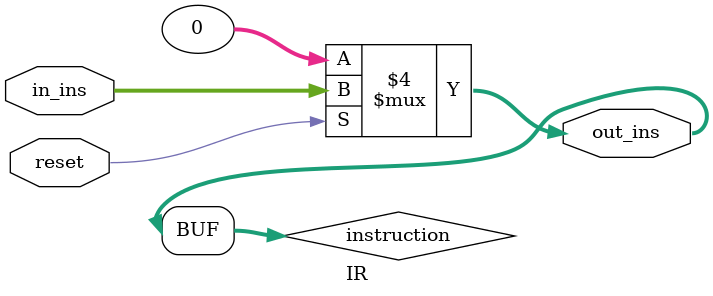
<source format=v>
`timescale 1ns / 1ps


module IR(//Ö¸Áî¼Ä´æÆ÷
input reset,
input [31:0] in_ins,

output [31:0] out_ins
    );
    
reg [31:0] instruction;//Ö¸Áî¼Ä´æÆ÷

always @ (*) begin
     if (!reset) begin//Èç¹û³õÊ¼»¯ÄÇÃ´È«²¿ÉèÎª0
         instruction <= 32'h0;
     end
     
     else begin
         instruction <= in_ins;
     end
end

assign out_ins = instruction;

endmodule

</source>
